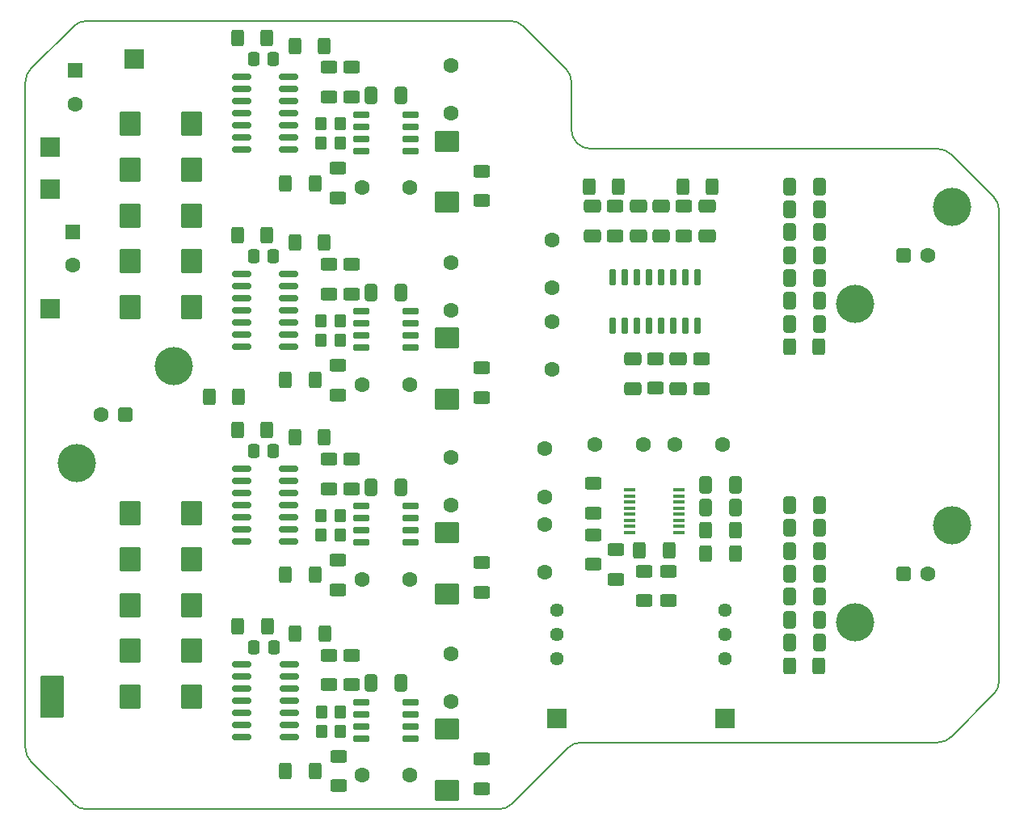
<source format=gbr>
%TF.GenerationSoftware,KiCad,Pcbnew,7.0.10*%
%TF.CreationDate,2024-02-08T22:37:46+01:00*%
%TF.ProjectId,LNA_1MHz,4c4e415f-314d-4487-9a2e-6b696361645f,V0*%
%TF.SameCoordinates,PX62ccf80PY8214c80*%
%TF.FileFunction,Soldermask,Top*%
%TF.FilePolarity,Negative*%
%FSLAX46Y46*%
G04 Gerber Fmt 4.6, Leading zero omitted, Abs format (unit mm)*
G04 Created by KiCad (PCBNEW 7.0.10) date 2024-02-08 22:37:46*
%MOMM*%
%LPD*%
G01*
G04 APERTURE LIST*
G04 Aperture macros list*
%AMRoundRect*
0 Rectangle with rounded corners*
0 $1 Rounding radius*
0 $2 $3 $4 $5 $6 $7 $8 $9 X,Y pos of 4 corners*
0 Add a 4 corners polygon primitive as box body*
4,1,4,$2,$3,$4,$5,$6,$7,$8,$9,$2,$3,0*
0 Add four circle primitives for the rounded corners*
1,1,$1+$1,$2,$3*
1,1,$1+$1,$4,$5*
1,1,$1+$1,$6,$7*
1,1,$1+$1,$8,$9*
0 Add four rect primitives between the rounded corners*
20,1,$1+$1,$2,$3,$4,$5,0*
20,1,$1+$1,$4,$5,$6,$7,0*
20,1,$1+$1,$6,$7,$8,$9,0*
20,1,$1+$1,$8,$9,$2,$3,0*%
G04 Aperture macros list end*
%ADD10RoundRect,0.250000X-0.350000X-0.450000X0.350000X-0.450000X0.350000X0.450000X-0.350000X0.450000X0*%
%ADD11RoundRect,0.150000X-0.825000X-0.150000X0.825000X-0.150000X0.825000X0.150000X-0.825000X0.150000X0*%
%ADD12RoundRect,0.250000X-0.650000X0.412500X-0.650000X-0.412500X0.650000X-0.412500X0.650000X0.412500X0*%
%ADD13RoundRect,0.250000X-0.875000X-1.025000X0.875000X-1.025000X0.875000X1.025000X-0.875000X1.025000X0*%
%ADD14RoundRect,0.250000X0.412500X0.650000X-0.412500X0.650000X-0.412500X-0.650000X0.412500X-0.650000X0*%
%ADD15C,4.000000*%
%ADD16RoundRect,0.400000X-0.400000X-0.400000X0.400000X-0.400000X0.400000X0.400000X-0.400000X0.400000X0*%
%ADD17C,1.600000*%
%ADD18RoundRect,0.250000X0.400000X0.625000X-0.400000X0.625000X-0.400000X-0.625000X0.400000X-0.625000X0*%
%ADD19R,1.200000X0.400000*%
%ADD20RoundRect,0.250000X-0.412500X-0.650000X0.412500X-0.650000X0.412500X0.650000X-0.412500X0.650000X0*%
%ADD21R,1.600000X1.600000*%
%ADD22RoundRect,0.250000X-0.337500X-0.475000X0.337500X-0.475000X0.337500X0.475000X-0.337500X0.475000X0*%
%ADD23RoundRect,0.250000X-0.400000X-0.625000X0.400000X-0.625000X0.400000X0.625000X-0.400000X0.625000X0*%
%ADD24R,2.000000X2.000000*%
%ADD25RoundRect,0.150000X-0.725000X-0.150000X0.725000X-0.150000X0.725000X0.150000X-0.725000X0.150000X0*%
%ADD26RoundRect,0.250000X0.650000X-0.412500X0.650000X0.412500X-0.650000X0.412500X-0.650000X-0.412500X0*%
%ADD27RoundRect,0.400000X0.400000X0.400000X-0.400000X0.400000X-0.400000X-0.400000X0.400000X-0.400000X0*%
%ADD28RoundRect,0.250000X-0.625000X0.400000X-0.625000X-0.400000X0.625000X-0.400000X0.625000X0.400000X0*%
%ADD29RoundRect,0.250000X0.625000X-0.400000X0.625000X0.400000X-0.625000X0.400000X-0.625000X-0.400000X0*%
%ADD30RoundRect,0.250000X1.025000X-0.875000X1.025000X0.875000X-1.025000X0.875000X-1.025000X-0.875000X0*%
%ADD31RoundRect,0.150000X0.150000X-0.725000X0.150000X0.725000X-0.150000X0.725000X-0.150000X-0.725000X0*%
%ADD32C,1.440000*%
%TA.AperFunction,Profile*%
%ADD33C,0.200000*%
%TD*%
G04 APERTURE END LIST*
D10*
X30962500Y51150000D03*
X32962500Y51150000D03*
D11*
X22637500Y35710000D03*
X22637500Y34440000D03*
X22637500Y33170000D03*
X22637500Y31900000D03*
X22637500Y30630000D03*
X22637500Y29360000D03*
X22637500Y28090000D03*
X27587500Y28090000D03*
X27587500Y29360000D03*
X27587500Y30630000D03*
X27587500Y31900000D03*
X27587500Y33170000D03*
X27587500Y34440000D03*
X27587500Y35710000D03*
D12*
X68400000Y47212500D03*
X68400000Y44087500D03*
D13*
X11000000Y57400000D03*
X17400000Y57400000D03*
D14*
X83162500Y31859000D03*
X80037500Y31859000D03*
D15*
X15580000Y46430000D03*
X5420000Y36270000D03*
D16*
X10500000Y41350000D03*
D17*
X7960000Y41350000D03*
D18*
X25312500Y80790000D03*
X22212500Y80790000D03*
D19*
X63300000Y33472500D03*
X63300000Y32837500D03*
X63300000Y32202500D03*
X63300000Y31567500D03*
X63300000Y30932500D03*
X63300000Y30297500D03*
X63300000Y29662500D03*
X63300000Y29027500D03*
X68500000Y29027500D03*
X68500000Y29662500D03*
X68500000Y30297500D03*
X68500000Y30932500D03*
X68500000Y31567500D03*
X68500000Y32202500D03*
X68500000Y32837500D03*
X68500000Y33472500D03*
D14*
X83172500Y19859000D03*
X80047500Y19859000D03*
X83162500Y27059000D03*
X80037500Y27059000D03*
D20*
X36200000Y74790000D03*
X39325000Y74790000D03*
D18*
X31312500Y38950000D03*
X28212500Y38950000D03*
X31312500Y59350000D03*
X28212500Y59350000D03*
D21*
X5000000Y60500000D03*
D17*
X5000000Y57000000D03*
D22*
X23962500Y17000000D03*
X26037500Y17000000D03*
D23*
X27250000Y65600000D03*
X30350000Y65600000D03*
X19250000Y43200000D03*
X22350000Y43200000D03*
D17*
X44562500Y57250000D03*
X44562500Y52250000D03*
D24*
X2600000Y65000000D03*
X11400000Y78600000D03*
D25*
X35225000Y11205000D03*
X35225000Y9935000D03*
X35225000Y8665000D03*
X35225000Y7395000D03*
X40375000Y7395000D03*
X40375000Y8665000D03*
X40375000Y9935000D03*
X40375000Y11205000D03*
D26*
X64200000Y60037500D03*
X64200000Y63162500D03*
X66600000Y60037500D03*
X66600000Y63162500D03*
D15*
X86920000Y19620000D03*
X97080000Y29780000D03*
D27*
X92000000Y24700000D03*
D17*
X94540000Y24700000D03*
D18*
X74350000Y29200000D03*
X71250000Y29200000D03*
D10*
X30962500Y69790000D03*
X32962500Y69790000D03*
D26*
X71400000Y60037500D03*
X71400000Y63162500D03*
D28*
X32762500Y67140000D03*
X32762500Y64040000D03*
D10*
X31000000Y10200000D03*
X33000000Y10200000D03*
D13*
X11000000Y21400000D03*
X17400000Y21400000D03*
D18*
X25312500Y39750000D03*
X22212500Y39750000D03*
D29*
X66000000Y44100000D03*
X66000000Y47200000D03*
D20*
X71237500Y34000000D03*
X74362500Y34000000D03*
D17*
X55200000Y59650000D03*
X55200000Y54650000D03*
D28*
X34162500Y36700000D03*
X34162500Y33600000D03*
D14*
X83162500Y17459000D03*
X80037500Y17459000D03*
D25*
X35187500Y52155000D03*
X35187500Y50885000D03*
X35187500Y49615000D03*
X35187500Y48345000D03*
X40337500Y48345000D03*
X40337500Y49615000D03*
X40337500Y50885000D03*
X40337500Y52155000D03*
D30*
X44200000Y63590000D03*
X44200000Y69990000D03*
D10*
X30962500Y28750000D03*
X32962500Y28750000D03*
D20*
X36200000Y33750000D03*
X39325000Y33750000D03*
X80037500Y65259000D03*
X83162500Y65259000D03*
D28*
X34162500Y77740000D03*
X34162500Y74640000D03*
D29*
X31762500Y54000000D03*
X31762500Y57100000D03*
D13*
X11000000Y71800000D03*
X17400000Y71800000D03*
D29*
X31762500Y33600000D03*
X31762500Y36700000D03*
D17*
X54400000Y24850000D03*
X54400000Y29850000D03*
X40300000Y3550000D03*
X35300000Y3550000D03*
D23*
X71250000Y26800000D03*
X74350000Y26800000D03*
X59050000Y65200000D03*
X62150000Y65200000D03*
X80050000Y48459000D03*
X83150000Y48459000D03*
D11*
X22675000Y15160000D03*
X22675000Y13890000D03*
X22675000Y12620000D03*
X22675000Y11350000D03*
X22675000Y10080000D03*
X22675000Y8810000D03*
X22675000Y7540000D03*
X27625000Y7540000D03*
X27625000Y8810000D03*
X27625000Y10080000D03*
X27625000Y11350000D03*
X27625000Y12620000D03*
X27625000Y13890000D03*
X27625000Y15160000D03*
D13*
X11000000Y67000000D03*
X17400000Y67000000D03*
D20*
X71237500Y31600000D03*
X74362500Y31600000D03*
X80037500Y60459000D03*
X83162500Y60459000D03*
D13*
X11000000Y11800000D03*
X17400000Y11800000D03*
D29*
X47800000Y43150000D03*
X47800000Y46250000D03*
D24*
X2600000Y52400000D03*
D28*
X64800000Y24950000D03*
X64800000Y21850000D03*
D18*
X25312500Y60150000D03*
X22212500Y60150000D03*
D31*
X61555000Y50625000D03*
X62825000Y50625000D03*
X64095000Y50625000D03*
X65365000Y50625000D03*
X66635000Y50625000D03*
X67905000Y50625000D03*
X69175000Y50625000D03*
X70445000Y50625000D03*
X70445000Y55775000D03*
X69175000Y55775000D03*
X67905000Y55775000D03*
X66635000Y55775000D03*
X65365000Y55775000D03*
X64095000Y55775000D03*
X62825000Y55775000D03*
X61555000Y55775000D03*
D23*
X27250000Y45000000D03*
X30350000Y45000000D03*
D22*
X23925000Y37550000D03*
X26000000Y37550000D03*
D18*
X71950000Y65200000D03*
X68850000Y65200000D03*
D20*
X80037500Y55659000D03*
X83162500Y55659000D03*
D30*
X44200000Y22550000D03*
X44200000Y28950000D03*
D18*
X31312500Y79990000D03*
X28212500Y79990000D03*
D13*
X11000000Y62200000D03*
X17400000Y62200000D03*
D17*
X55200000Y46100000D03*
X55200000Y51100000D03*
D11*
X22637500Y76750000D03*
X22637500Y75480000D03*
X22637500Y74210000D03*
X22637500Y72940000D03*
X22637500Y71670000D03*
X22637500Y70400000D03*
X22637500Y69130000D03*
X27587500Y69130000D03*
X27587500Y70400000D03*
X27587500Y71670000D03*
X27587500Y72940000D03*
X27587500Y74210000D03*
X27587500Y75480000D03*
X27587500Y76750000D03*
D32*
X55650000Y20830000D03*
X55650000Y18290000D03*
X55650000Y15750000D03*
D13*
X11000000Y52600000D03*
X17400000Y52600000D03*
D24*
X73250000Y9550000D03*
D25*
X35187500Y31755000D03*
X35187500Y30485000D03*
X35187500Y29215000D03*
X35187500Y27945000D03*
X40337500Y27945000D03*
X40337500Y29215000D03*
X40337500Y30485000D03*
X40337500Y31755000D03*
D29*
X31800000Y13050000D03*
X31800000Y16150000D03*
D15*
X86920000Y52920000D03*
X97080000Y63080000D03*
D27*
X92000000Y58000000D03*
D17*
X94540000Y58000000D03*
D22*
X23925000Y78590000D03*
X26000000Y78590000D03*
D20*
X80037500Y50859000D03*
X83162500Y50859000D03*
D17*
X44600000Y16300000D03*
X44600000Y11300000D03*
D22*
X23925000Y57950000D03*
X26000000Y57950000D03*
D28*
X61800000Y63150000D03*
X61800000Y60050000D03*
D30*
X44200000Y42950000D03*
X44200000Y49350000D03*
D13*
X11000000Y26200000D03*
X17400000Y26200000D03*
D17*
X40262500Y44500000D03*
X35262500Y44500000D03*
D14*
X83172500Y24659000D03*
X80047500Y24659000D03*
D10*
X30962500Y71790000D03*
X32962500Y71790000D03*
D17*
X54400000Y37750000D03*
X54400000Y32750000D03*
D12*
X63600000Y47212500D03*
X63600000Y44087500D03*
D28*
X32800000Y5550000D03*
X32800000Y2450000D03*
D14*
X83172500Y29459000D03*
X80047500Y29459000D03*
D23*
X27250000Y4000000D03*
X30350000Y4000000D03*
D20*
X80037500Y53259000D03*
X83162500Y53259000D03*
D29*
X47800000Y22750000D03*
X47800000Y25850000D03*
D26*
X59400000Y60037500D03*
X59400000Y63162500D03*
D18*
X25350000Y19200000D03*
X22250000Y19200000D03*
D29*
X59500000Y25650000D03*
X59500000Y28750000D03*
D24*
X55650000Y9550000D03*
D28*
X67400000Y24950000D03*
X67400000Y21850000D03*
D25*
X35187500Y72795000D03*
X35187500Y71525000D03*
X35187500Y70255000D03*
X35187500Y68985000D03*
X40337500Y68985000D03*
X40337500Y70255000D03*
X40337500Y71525000D03*
X40337500Y72795000D03*
D10*
X30962500Y30750000D03*
X32962500Y30750000D03*
D29*
X31762500Y74640000D03*
X31762500Y77740000D03*
D17*
X59700000Y38200000D03*
X64700000Y38200000D03*
D29*
X59500000Y31050000D03*
X59500000Y34150000D03*
D10*
X30962500Y49150000D03*
X32962500Y49150000D03*
D17*
X44562500Y77890000D03*
X44562500Y72890000D03*
D18*
X31350000Y18400000D03*
X28250000Y18400000D03*
D20*
X36237500Y13200000D03*
X39362500Y13200000D03*
D17*
X44562500Y36850000D03*
X44562500Y31850000D03*
D13*
X11000000Y16600000D03*
X17400000Y16600000D03*
D28*
X34162500Y57100000D03*
X34162500Y54000000D03*
D32*
X73250000Y20830000D03*
X73250000Y18290000D03*
X73250000Y15750000D03*
D20*
X80037500Y58059000D03*
X83162500Y58059000D03*
D30*
X44200000Y2000000D03*
X44200000Y8400000D03*
D24*
X2600000Y69400000D03*
D14*
X83172500Y22259000D03*
X80047500Y22259000D03*
D23*
X27250000Y24600000D03*
X30350000Y24600000D03*
D17*
X40262500Y65140000D03*
X35262500Y65140000D03*
D20*
X36200000Y54150000D03*
X39325000Y54150000D03*
D17*
X40262500Y24100000D03*
X35262500Y24100000D03*
D28*
X34200000Y16150000D03*
X34200000Y13050000D03*
D29*
X70800000Y44050000D03*
X70800000Y47150000D03*
D17*
X73000000Y38200000D03*
X68000000Y38200000D03*
D28*
X32762500Y26100000D03*
X32762500Y23000000D03*
X69000000Y63150000D03*
X69000000Y60050000D03*
D29*
X47800000Y2150000D03*
X47800000Y5250000D03*
D28*
X32762500Y46500000D03*
X32762500Y43400000D03*
D10*
X31000000Y8200000D03*
X33000000Y8200000D03*
D13*
X11000000Y31000000D03*
X17400000Y31000000D03*
D29*
X61900000Y24100000D03*
X61900000Y27200000D03*
D23*
X80050000Y15059000D03*
X83150000Y15059000D03*
X64350000Y27150000D03*
X67450000Y27150000D03*
D20*
X80037500Y62859000D03*
X83162500Y62859000D03*
D11*
X22637500Y56110000D03*
X22637500Y54840000D03*
X22637500Y53570000D03*
X22637500Y52300000D03*
X22637500Y51030000D03*
X22637500Y49760000D03*
X22637500Y48490000D03*
X27587500Y48490000D03*
X27587500Y49760000D03*
X27587500Y51030000D03*
X27587500Y52300000D03*
X27587500Y53570000D03*
X27587500Y54840000D03*
X27587500Y56110000D03*
D21*
X5200000Y77400000D03*
D17*
X5200000Y73900000D03*
D29*
X47800000Y63750000D03*
X47800000Y66850000D03*
G36*
X3943039Y13980315D02*
G01*
X3988794Y13927511D01*
X4000000Y13876000D01*
X4000000Y9724000D01*
X3980315Y9656961D01*
X3927511Y9611206D01*
X3876000Y9600000D01*
X1724000Y9600000D01*
X1656961Y9619685D01*
X1611206Y9672489D01*
X1600000Y9724000D01*
X1600000Y13876000D01*
X1619685Y13943039D01*
X1672489Y13988794D01*
X1724000Y14000000D01*
X3876000Y14000000D01*
X3943039Y13980315D01*
G37*
D33*
X57200000Y71200000D02*
G75*
G03*
X59200000Y69200000I2000000J0D01*
G01*
X5014213Y82014214D02*
X585786Y77585786D01*
X57200000Y71200000D02*
X57200000Y76171573D01*
X5014200Y585773D02*
G75*
G03*
X6428427Y0I1414200J1414227D01*
G01*
X585786Y5014214D02*
X5014213Y585786D01*
X585772Y77585800D02*
G75*
G03*
X0Y76171573I1414228J-1414200D01*
G01*
X6428427Y82599981D02*
G75*
G03*
X5014213Y82014214I-27J-1999981D01*
G01*
X6428427Y0D02*
X49571572Y0D01*
X102000000Y13428427D02*
X102000000Y62771573D01*
X101414213Y64185786D02*
X96985786Y68614214D01*
X57199980Y76171573D02*
G75*
G03*
X56614213Y77585786I-1999980J27D01*
G01*
X58228427Y6999981D02*
G75*
G03*
X56814213Y6414214I-27J-1999981D01*
G01*
X95571572Y69200000D02*
X59200000Y69200000D01*
X95571572Y7000020D02*
G75*
G03*
X96985785Y7585787I28J1999980D01*
G01*
X101999980Y62771573D02*
G75*
G03*
X101414213Y64185786I-1999980J27D01*
G01*
X96985786Y7585786D02*
X101414213Y12014214D01*
X50985786Y585786D02*
X56814213Y6414214D01*
X56614213Y77585786D02*
X52185786Y82014214D01*
X50771572Y82600000D02*
X6428427Y82600000D01*
X101414227Y12014200D02*
G75*
G03*
X102000000Y13428427I-1414227J1414200D01*
G01*
X58228427Y7000000D02*
X95571572Y7000000D01*
X0Y76171573D02*
X0Y6428427D01*
X49571572Y20D02*
G75*
G03*
X50985785Y585787I28J1999980D01*
G01*
X96985800Y68614228D02*
G75*
G03*
X95571572Y69200000I-1414200J-1414228D01*
G01*
X52185800Y82014228D02*
G75*
G03*
X50771572Y82600000I-1414200J-1414228D01*
G01*
X20Y6428427D02*
G75*
G03*
X585787Y5014215I1999980J-27D01*
G01*
M02*

</source>
